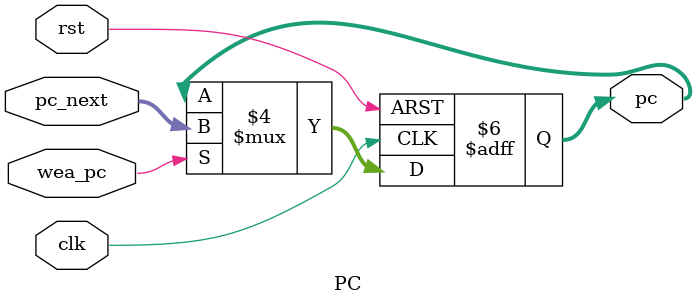
<source format=v>
module PC #(
    parameter width = 16
)(
    input               clk, rst, wea_pc,
    input [width - 1:0] pc_next,
    output reg [width - 1:0] pc
);
    always@(posedge clk, posedge rst) begin
        if (rst == 1) pc <= 0;
        else if(wea_pc == 1) pc <= pc_next;
    end
endmodule
</source>
